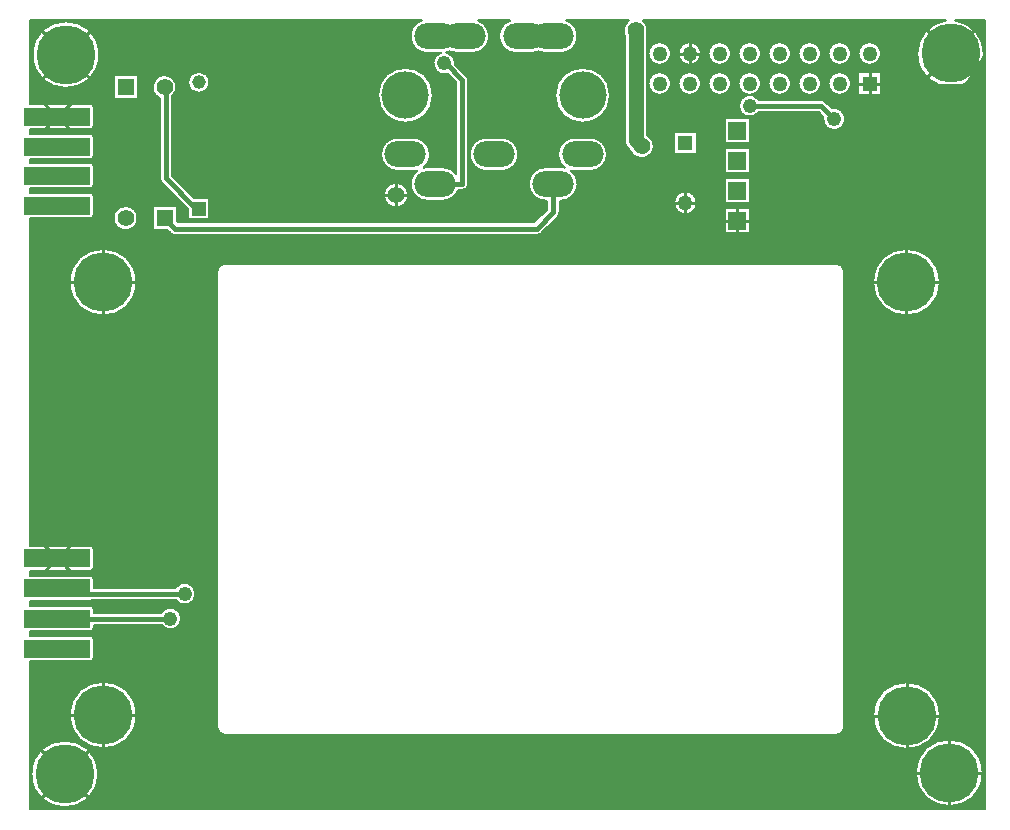
<source format=gbr>
G04 EasyPC Gerber Version 21.0.3 Build 4286 *
G04 #@! TF.Part,Single*
G04 #@! TF.FileFunction,Copper,L1,Top *
G04 #@! TF.FilePolarity,Positive *
%FSLAX35Y35*%
%MOIN*%
G04 #@! TA.AperFunction,ComponentPad*
%ADD16R,0.04528X0.04528*%
%ADD23R,0.05000X0.05000*%
%ADD11R,0.05020X0.05020*%
%ADD21R,0.05500X0.05500*%
%ADD20R,0.06000X0.06000*%
G04 #@! TD.AperFunction*
%ADD29C,0.00500*%
%ADD75C,0.01000*%
%ADD28C,0.01500*%
G04 #@! TA.AperFunction,ComponentPad*
%ADD17C,0.04528*%
G04 #@! TA.AperFunction,ViaPad*
%ADD27C,0.04800*%
G04 #@! TA.AperFunction,ComponentPad*
%ADD24C,0.05000*%
%ADD12C,0.05020*%
%ADD22C,0.05500*%
G04 #@! TA.AperFunction,ViaPad*
%ADD25C,0.05600*%
G04 #@! TA.AperFunction,ComponentPad*
%AMT108*0 Rounded Rectangle Pad at angle 90*4,1,32,0.11000,-0.02500,0.11000,0.02500,0.10987,0.02611,0.10950,0.02717,0.10891,0.02812,0.10812,0.02891,0.10717,0.02950,0.10611,0.02987,0.10500,0.03000,-0.10500,0.03000,-0.10611,0.02987,-0.10717,0.02950,-0.10812,0.02891,-0.10891,0.02812,-0.10950,0.02717,-0.10987,0.02611,-0.11000,0.02500,-0.11000,-0.02500,-0.10987,-0.02611,-0.10950,-0.02717,-0.10891,-0.02812,-0.10812,-0.02891,-0.10717,-0.02950,-0.10611,-0.02987,-0.10500,-0.03000,0.10500,-0.03000,0.10611,-0.02987,0.10717,-0.02950,0.10812,-0.02891,0.10891,-0.02812,0.10950,-0.02717,0.10987,-0.02611,0.11000,-0.02500,0*%
%ADD108T108*%
%ADD104O,0.13780X0.08661*%
%ADD105C,0.15748*%
G04 #@! TA.AperFunction,WasherPad*
%ADD103C,0.19685*%
X0Y0D02*
D02*
D11*
X312329Y288045D03*
D02*
D12*
X242329D03*
Y298045D03*
X252329Y288045D03*
Y298045D03*
X262329Y288045D03*
Y298045D03*
X272329Y288045D03*
Y298045D03*
X282329Y288045D03*
Y298045D03*
X292329Y288045D03*
Y298045D03*
X302329Y288045D03*
Y298045D03*
X312329D03*
D02*
D16*
X88707Y246313D03*
D02*
D17*
Y288439D03*
D02*
D20*
X268234Y242376D03*
Y252376D03*
Y262376D03*
Y272376D03*
D02*
D21*
X64297Y286873D03*
X77289Y243154D03*
D02*
D22*
X64297Y243163D03*
X77289Y286864D03*
D02*
D23*
X250911Y268281D03*
D02*
D24*
X234376Y305762D02*
Y269148D01*
X236344Y267179*
X250911Y248281D03*
D02*
D25*
X154455Y250841D03*
X234376Y305762D03*
X236344Y267179D03*
D02*
D27*
X79258Y109699D03*
X83982Y117967D03*
X170596Y294738D03*
X272329Y280565D03*
X300518Y276234D03*
D02*
D28*
X77289Y243154D02*
X77298D01*
X80833Y239620*
X201305*
X206817Y245132*
Y254581*
X77289Y286864D02*
X77683D01*
Y256549*
X87919Y246313*
X88313*
X88707Y245919*
Y246313*
X79258Y109699D02*
X41463D01*
X83982Y117967D02*
X43274D01*
X41463Y119778*
X167447Y254581D02*
X176502D01*
Y289226*
X170990Y294738*
X170596*
X272329Y280565D02*
X296187D01*
X300518Y276234*
D02*
D29*
X211213Y309064D02*
G75*
G02X209376Y298213I-1837J-5270D01*
G01*
X204257*
G75*
G02X201895Y298738I0J5581*
G01*
G75*
G02X199533Y298213I-2362J5056*
G01*
X194415*
G75*
G02X192578Y309064J5581*
G01*
X181685*
G75*
G02X179848Y298213I-1837J-5270*
G01*
X174730*
G75*
G02X172368Y298738I0J5581*
G01*
G75*
G02X171187Y298340I-2361J5057*
G01*
G75*
G02X174246Y294738I-591J-3602*
G01*
G75*
G02X174224Y294332I-3652J2*
G01*
X177916Y290641*
G75*
G02X178502Y289226I-1414J-1414*
G01*
Y254580*
G75*
G02X176502Y252580I-2000*
G01*
X175215*
G75*
G02X170006Y249001I-5209J2002*
G01*
X164887*
G75*
G02X161480Y259001J5581*
G01*
G75*
G02X160163Y258843I-1317J5424*
G01*
X155045*
G75*
G02X149464Y264424J5581*
G01*
G75*
G02X155045Y270005I5581*
G01*
X160163*
G75*
G02X163571Y260005J-5581*
G01*
G75*
G02X164887Y260162I1317J-5424*
G01*
X170006*
G75*
G02X174502Y257887J-5581*
G01*
Y288398*
X171654Y291245*
G75*
G02X169480Y298213I-1058J3493*
G01*
X164887*
G75*
G02X163050Y309064J5581*
G01*
X32545*
Y281272*
X52480*
G75*
G02X53713Y280039J-1233*
G01*
Y274005*
G75*
G02X52480Y272772I-1233*
G01*
X32545*
Y271272*
X52480*
G75*
G02X53713Y270039J-1233*
G01*
Y264005*
G75*
G02X52480Y262772I-1233*
G01*
X32545*
Y261587*
X52480*
G75*
G02X53713Y260354J-1233*
G01*
Y254320*
G75*
G02X52480Y253087I-1233*
G01*
X32545*
Y251587*
X52480*
G75*
G02X53713Y250354J-1233*
G01*
Y244320*
G75*
G02X52480Y243087I-1233*
G01*
X32545*
Y134028*
X52480*
G75*
G02X53713Y132794J-1233*
G01*
Y126761*
G75*
G02X52480Y125528I-1233*
G01*
X32545*
Y124028*
X52480*
G75*
G02X53713Y122794J-1233*
G01*
Y119967*
X80929*
G75*
G02X87632Y117967I3053J-2000*
G01*
G75*
G02X80929Y115967I-3650*
G01*
X53423*
G75*
G02X52480Y115528I-943J794*
G01*
X32545*
Y113949*
X52480*
G75*
G02X53713Y112716J-1233*
G01*
Y111699*
X76205*
G75*
G02X82908Y109699I3053J-2000*
G01*
G75*
G02X76205Y107699I-3650*
G01*
X53713*
Y106682*
G75*
G02X52480Y105449I-1233*
G01*
X32545*
Y103949*
X52480*
G75*
G02X53713Y102716J-1233*
G01*
Y96682*
G75*
G02X52480Y95449I-1233*
G01*
X32545*
Y46056*
X350773*
Y309064*
X340697*
G75*
G02X350388Y298060I-1402J-11004*
G01*
G75*
G02X328203I-11093*
G01*
G75*
G02X337893Y309064I11093*
G01*
X236721*
G75*
G02X238126Y304232I-2345J-3302*
G01*
Y270819*
G75*
G02X240396Y267179I-1781J-3639*
G01*
G75*
G02X232607Y265613I-4052*
G01*
X231726Y266494*
G75*
G02X230626Y269148I2650J2654*
G01*
Y304232*
G75*
G02X232031Y309064I3750J1530*
G01*
X211213*
X242329Y291805D02*
G75*
G02X246089Y288045J-3760D01*
G01*
G75*
G02X242329Y284285I-3760*
G01*
G75*
G02X238569Y288045J3760*
G01*
G75*
G02X242329Y291805I3760*
G01*
Y301805D02*
G75*
G02X246089Y298045J-3760D01*
G01*
G75*
G02X242329Y294285I-3760*
G01*
G75*
G02X238569Y298045J3760*
G01*
G75*
G02X242329Y301805I3760*
G01*
X247161Y248281D02*
G75*
G02X254661I3750D01*
G01*
G75*
G02X247161I-3750*
G01*
X247163Y272032D02*
X254663D01*
Y264532*
X247163*
Y272032*
X252329Y291805D02*
G75*
G02X256089Y288045J-3760D01*
G01*
G75*
G02X252329Y284285I-3760*
G01*
G75*
G02X248569Y288045J3760*
G01*
G75*
G02X252329Y291805I3760*
G01*
Y301805D02*
G75*
G02X256089Y298045J-3760D01*
G01*
G75*
G02X252329Y294285I-3760*
G01*
G75*
G02X248569Y298045J3760*
G01*
G75*
G02X252329Y301805I3760*
G01*
X262329Y291805D02*
G75*
G02X266089Y288045J-3760D01*
G01*
G75*
G02X262329Y284285I-3760*
G01*
G75*
G02X258569Y288045J3760*
G01*
G75*
G02X262329Y291805I3760*
G01*
X263986Y246627D02*
X272486D01*
Y238127*
X263986*
Y246627*
Y256627D02*
X272486D01*
Y248127*
X263986*
Y256627*
Y266627D02*
X272486D01*
Y258127*
X263986*
Y266627*
Y276627D02*
X272486D01*
Y268127*
X263986*
Y276627*
X262329Y301805D02*
G75*
G02X266089Y298045J-3760D01*
G01*
G75*
G02X262329Y294285I-3760*
G01*
G75*
G02X258569Y298045J3760*
G01*
G75*
G02X262329Y301805I3760*
G01*
X272329Y291805D02*
G75*
G02X276089Y288045J-3760D01*
G01*
G75*
G02X272329Y284285I-3760*
G01*
G75*
G02X268569Y288045J3760*
G01*
G75*
G02X272329Y291805I3760*
G01*
X299773Y279807D02*
G75*
G02X304168Y276234I745J-3573D01*
G01*
G75*
G02X296868I-3650*
G01*
G75*
G02X296944Y276979I3651*
G01*
X295359Y278565*
X275382*
G75*
G02X268679Y280565I-3053J2000*
G01*
G75*
G02X275382Y282565I3650*
G01*
X296187*
G75*
G02X297603Y281978J-2000*
G01*
X299773Y279807*
X272329Y301805D02*
G75*
G02X276089Y298045J-3760D01*
G01*
G75*
G02X272329Y294285I-3760*
G01*
G75*
G02X268569Y298045J3760*
G01*
G75*
G02X272329Y301805I3760*
G01*
X282329Y291805D02*
G75*
G02X286089Y288045J-3760D01*
G01*
G75*
G02X282329Y284285I-3760*
G01*
G75*
G02X278569Y288045J3760*
G01*
G75*
G02X282329Y291805I3760*
G01*
Y301805D02*
G75*
G02X286089Y298045J-3760D01*
G01*
G75*
G02X282329Y294285I-3760*
G01*
G75*
G02X278569Y298045J3760*
G01*
G75*
G02X282329Y301805I3760*
G01*
X292329Y291805D02*
G75*
G02X296089Y288045J-3760D01*
G01*
G75*
G02X292329Y284285I-3760*
G01*
G75*
G02X288569Y288045J3760*
G01*
G75*
G02X292329Y291805I3760*
G01*
Y301805D02*
G75*
G02X296089Y298045J-3760D01*
G01*
G75*
G02X292329Y294285I-3760*
G01*
G75*
G02X288569Y298045J3760*
G01*
G75*
G02X292329Y301805I3760*
G01*
X302329Y291805D02*
G75*
G02X306089Y288045J-3760D01*
G01*
G75*
G02X302329Y284285I-3760*
G01*
G75*
G02X298569Y288045J3760*
G01*
G75*
G02X302329Y291805I3760*
G01*
Y301805D02*
G75*
G02X306089Y298045J-3760D01*
G01*
G75*
G02X302329Y294285I-3760*
G01*
G75*
G02X298569Y298045J3760*
G01*
G75*
G02X302329Y301805I3760*
G01*
X308569Y291804D02*
X316088D01*
Y284284*
X308569*
Y291804*
X313520Y221849D02*
G75*
G02X335706I11093D01*
G01*
G75*
G02X313520I-11093*
G01*
X313528Y77356D02*
G75*
G02X335713I11093D01*
G01*
G75*
G02X313528I-11093*
G01*
X327809Y58296D02*
G75*
G02X349994I11093D01*
G01*
G75*
G02X327809I-11093*
G01*
X312329Y301805D02*
G75*
G02X316089Y298045J-3760D01*
G01*
G75*
G02X312329Y294285I-3760*
G01*
G75*
G02X308569Y298045J3760*
G01*
G75*
G02X312329Y301805I3760*
G01*
X207535Y284108D02*
G75*
G02X225783I9124D01*
G01*
G75*
G02X207535I-9124*
G01*
X219218Y270005D02*
G75*
G02X224799Y264424J-5581D01*
G01*
G75*
G02X219218Y258843I-5581*
G01*
X214100*
G75*
G02X212783Y259001J5581*
G01*
G75*
G02X209376Y249001I-3408J-4419*
G01*
X208974*
Y245132*
G75*
G02X208342Y243606I-2157*
G01*
X202831Y238094*
G75*
G02X201305Y237461I-1526J1525*
G01*
X80833*
G75*
G02X79307Y238093J2157*
G01*
X78244Y239154*
X73289*
Y247154*
X81289*
Y242211*
X81725Y241776*
X200411*
X204659Y246025*
Y249001*
X204257*
G75*
G02X198677Y254581J5581*
G01*
G75*
G02X204257Y260162I5581*
G01*
X209376*
G75*
G02X210692Y260005J-5581*
G01*
G75*
G02X214100Y270005I3408J4419*
G01*
X219218*
X301305Y227946D02*
G75*
G02X303805Y225446J-2500D01*
G01*
Y73477*
G75*
G02X301305Y70977I-2500*
G01*
X97368*
G75*
G02X94868Y73477J2500*
G01*
Y225446*
G75*
G02X97368Y227946I2500*
G01*
X301305*
X189691Y270005D02*
G75*
G02X195271Y264424J-5581D01*
G01*
G75*
G02X189691Y258843I-5581*
G01*
X184572*
G75*
G02X178992Y264424J5581*
G01*
G75*
G02X184572Y270005I5581*
G01*
X189691*
X150405Y250841D02*
G75*
G02X158505I4050D01*
G01*
G75*
G02X150405I-4050*
G01*
X33321Y297667D02*
G75*
G02X55506I11093D01*
G01*
G75*
G02X33321I-11093*
G01*
X60297Y290875D02*
X68297D01*
Y282875*
X60297*
Y290875*
X60297Y243163D02*
G75*
G02X68297I4000D01*
G01*
G75*
G02X60297I-4000*
G01*
X87233Y249828D02*
X92222D01*
Y242800*
X85194*
Y246209*
X76270Y255133*
G75*
G02X75683Y256549I1413J1416*
G01*
Y283201*
G75*
G02X77289Y290864I1606J3663*
G01*
G75*
G02X79683Y283659J-4000*
G01*
Y257378*
X87233Y249828*
X85193Y288439D02*
G75*
G02X92220I3514D01*
G01*
G75*
G02X85193I-3514*
G01*
X148480Y284108D02*
G75*
G02X166728I9124D01*
G01*
G75*
G02X148480I-9124*
G01*
X45698Y221823D02*
G75*
G02X67883I11093D01*
G01*
G75*
G02X45698I-11093*
G01*
X32927Y57903D02*
G75*
G02X55112I11093D01*
G01*
G75*
G02X32927I-11093*
G01*
X45758Y77556D02*
G75*
G02X67943I11093D01*
G01*
G75*
G02X45758I-11093*
G01*
X32795Y58296D02*
G36*
Y46306D01*
X350523*
Y58296*
X349994*
G75*
G02X327809I-11093*
G01*
X55105*
G75*
G02X55112Y57903I-11091J-396*
G01*
G75*
G02X32927I-11093*
G01*
G75*
G02X32934Y58296I11098J-3*
G01*
X32795*
G37*
X303805Y77356D02*
G36*
Y73477D01*
G75*
G02X301305Y70977I-2500*
G01*
X97368*
G75*
G02X94868Y73477J2500*
G01*
Y77356*
X67941*
G75*
G02X45760I-11091J200*
G01*
X32795*
Y58296*
X32934*
G75*
G02X55105I11085J-394*
G01*
X327809*
G75*
G02X349994I11093*
G01*
X350523*
Y77356*
X335713*
G75*
G02X313528I-11093*
G01*
X303805*
G37*
X94868Y221849D02*
G36*
X67883D01*
G75*
G02Y221823I-11110J-13*
G01*
G75*
G02X45698I-11093*
G01*
G75*
G02Y221849I11110J13*
G01*
X32795*
Y134028*
X52480*
G75*
G02X53713Y132795J-1233*
G01*
Y132794*
Y126761*
Y126760*
G75*
G02X52480Y125528I-1233*
G01*
X32795*
Y124028*
X52480*
G75*
G02X53713Y122795J-1233*
G01*
Y122794*
Y119967*
X80929*
G75*
G02X87632Y117967I3053J-2000*
G01*
G75*
G02X80929Y115967I-3650*
G01*
X53423*
G75*
G02X52480Y115528I-943J793*
G01*
X32795*
Y113949*
X52480*
G75*
G02X53713Y112716J-1233*
G01*
Y112716*
Y111699*
X76205*
G75*
G02X82908Y109699I3053J-2000*
G01*
G75*
G02X76205Y107699I-3650*
G01*
X53713*
Y106682*
Y106681*
G75*
G02X52480Y105449I-1233*
G01*
X32795*
Y103949*
X52480*
G75*
G02X53713Y102716J-1233*
G01*
Y102716*
Y96682*
Y96681*
G75*
G02X52480Y95449I-1233*
G01*
X32795*
Y77356*
X45760*
G75*
G02X45758Y77556I11092J209*
G01*
G75*
G02X67943I11093*
G01*
G75*
G02X67941Y77356I-11094J9*
G01*
X94868*
Y221849*
G37*
X303805D02*
G36*
Y77356D01*
X313528*
G75*
G02X335713I11093*
G01*
X350523*
Y221849*
X335706*
G75*
G02X313520I-11093*
G01*
X303805*
G37*
X272486Y242377D02*
G36*
Y238127D01*
X263986*
Y242377*
X207113*
X202831Y238094*
G75*
G02X201305Y237461I-1526J1525*
G01*
X80833*
G75*
G02X79307Y238093J2157*
G01*
X78244Y239154*
X73289*
Y242377*
X68219*
G75*
G02X60375I-3922J787*
G01*
X32795*
Y221849*
X45698*
G75*
G02X67883I11093J-26*
G01*
X94868*
Y225446*
G75*
G02X97368Y227946I2500*
G01*
X301305*
G75*
G02X303805Y225446J-2500*
G01*
Y221849*
X313520*
G75*
G02X335706I11093*
G01*
X350523*
Y242377*
X272486*
G37*
X201012D02*
G36*
X81289D01*
Y242211*
X81725Y241776*
X200411*
X201012Y242377*
G37*
X204659Y248281D02*
G36*
X157594D01*
G75*
G02X151316I-3139J2559*
G01*
X92222*
Y242800*
X85194*
Y246209*
X83122Y248281*
X53713*
Y244320*
Y244319*
G75*
G02X52480Y243087I-1233*
G01*
X32795*
Y242377*
X60375*
G75*
G02X60297Y243163I3922J786*
G01*
G75*
G02X68297I4000*
G01*
G75*
G02X68219Y242377I-4000J-1*
G01*
X73289*
Y247154*
X81289*
Y242377*
X201012*
X204659Y246025*
Y248281*
G37*
X272486D02*
G36*
Y248127D01*
X263986*
Y248281*
X254661*
G75*
G02X247161I-3750*
G01*
X208974*
Y245132*
G75*
G02X208342Y243606I-2157*
G01*
X207113Y242377*
X263986*
Y246627*
X272486*
Y242377*
X350523*
Y248281*
X272486*
G37*
X83122D02*
G36*
X79027Y252377D01*
X32795*
Y251587*
X52480*
G75*
G02X53713Y250354J-1233*
G01*
Y250354*
Y248281*
X83122*
G37*
X150707Y252377D02*
G36*
X84684D01*
X87233Y249828*
X92222*
Y248281*
X151316*
G75*
G02X150405Y250841I3139J2559*
G01*
G75*
G02X150707Y252377I4050J0*
G01*
G37*
X199131D02*
G36*
X175132D01*
G75*
G02X170006Y249001I-5126J2204*
G01*
X164887*
G75*
G02X159761Y252377J5581*
G01*
X158202*
G75*
G02X158505Y250841I-3747J-1537*
G01*
G75*
G02X157594Y248281I-4050*
G01*
X204659*
Y249001*
X204257*
G75*
G02X199131Y252377I0J5581*
G01*
G37*
X263986D02*
G36*
X214502D01*
G75*
G02X209376Y249001I-5127J2205*
G01*
X208974*
Y248281*
X247161*
G75*
G02X254661I3750*
G01*
X263986*
Y252377*
G37*
X272486D02*
G36*
Y248281D01*
X350523*
Y252377*
X272486*
G37*
X79027D02*
G36*
X76270Y255133D01*
G75*
G02X75683Y256549I1413J1416*
G01*
Y262377*
X32795*
Y261587*
X52480*
G75*
G02X53713Y260354J-1233*
G01*
Y260354*
Y254320*
Y254319*
G75*
G02X52480Y253087I-1233*
G01*
X32795*
Y252377*
X79027*
G37*
X159761D02*
G36*
G75*
G02X159307Y254581I5127J2205D01*
G01*
G75*
G02X161480Y259001I5581*
G01*
G75*
G02X160163Y258843I-1314J5405*
G01*
X155045*
G75*
G02X149854Y262377I0J5581*
G01*
X79683*
Y257378*
X84684Y252377*
X150707*
G75*
G02X158202I3747J-1536*
G01*
X159761*
G37*
X208909Y262377D02*
G36*
X194882D01*
G75*
G02X189691Y258843I-5192J2048*
G01*
X184572*
G75*
G02X179381Y262377I0J5581*
G01*
X178502*
Y254580*
G75*
G02X176502Y252580I-2000*
G01*
X175215*
G75*
G02X175132Y252377I-5211J2007*
G01*
X199131*
G75*
G02X198677Y254581I5127J2205*
G01*
G75*
G02X204257Y260162I5581*
G01*
X209376*
G75*
G02X210692Y260005I2J-5562*
G01*
G75*
G02X208909Y262377I3408J4419*
G01*
G37*
X174502D02*
G36*
X165354D01*
G75*
G02X163571Y260005I-5192J2047*
G01*
G75*
G02X164887Y260162I1314J-5405*
G01*
X170006*
G75*
G02X174502Y257887I-1J-5582*
G01*
Y262377*
G37*
X272486D02*
G36*
Y258127D01*
X263986*
Y262377*
X224409*
G75*
G02X219218Y258843I-5192J2048*
G01*
X214100*
G75*
G02X212783Y259001I-2J5562*
G01*
G75*
G02X214956Y254581I-3408J-4419*
G01*
G75*
G02X214502Y252377I-5581J1*
G01*
X263986*
Y256627*
X272486*
Y252377*
X350523*
Y262377*
X272486*
G37*
X75683Y268282D02*
G36*
X53713D01*
Y264005*
Y264004*
G75*
G02X52480Y262772I-1233*
G01*
X32795*
Y262377*
X75683*
Y268282*
G37*
X149854Y262377D02*
G36*
G75*
G02X149464Y264424I5192J2048D01*
G01*
G75*
G02X151013Y268282I5581J0*
G01*
X79683*
Y262377*
X149854*
G37*
X174502Y268282D02*
G36*
X164195D01*
G75*
G02X165744Y264424I-4032J-3859*
G01*
G75*
G02X165354Y262377I-5581J1*
G01*
X174502*
Y268282*
G37*
X179381Y262377D02*
G36*
G75*
G02X178992Y264424I5192J2048D01*
G01*
G75*
G02X180541Y268282I5581J0*
G01*
X178502*
Y262377*
X179381*
G37*
X208909D02*
G36*
G75*
G02X208519Y264424I5192J2048D01*
G01*
G75*
G02X210068Y268282I5581J0*
G01*
X193722*
G75*
G02X195271Y264424I-4032J-3859*
G01*
G75*
G02X194882Y262377I-5581J1*
G01*
X208909*
G37*
X272486Y268282D02*
G36*
Y268127D01*
X263986*
Y268282*
X254663*
Y264532*
X247163*
Y268282*
X240243*
G75*
G02X240396Y267179I-3900J-1104*
G01*
G75*
G02X232607Y265613I-4052*
G01*
X231726Y266494*
G75*
G02X230727Y268282I2648J2653*
G01*
X223250*
G75*
G02X224799Y264424I-4032J-3859*
G01*
G75*
G02X224409Y262377I-5581J1*
G01*
X263986*
Y266627*
X272486*
Y262377*
X350523*
Y268282*
X272486*
G37*
X75683Y272377D02*
G36*
X32795D01*
Y271272*
X52480*
G75*
G02X53713Y270039J-1233*
G01*
Y270039*
Y268282*
X75683*
Y272377*
G37*
X174502D02*
G36*
X79683D01*
Y268282*
X151013*
G75*
G02X155045Y270005I4032J-3859*
G01*
X160163*
G75*
G02X164195Y268282I0J-5581*
G01*
X174502*
Y272377*
G37*
X230727Y268282D02*
G36*
G75*
G02X230626Y269147I3646J865D01*
G01*
G75*
G02Y269148I5013J0*
G01*
Y272377*
X178502*
Y268282*
X180541*
G75*
G02X184572Y270005I4032J-3859*
G01*
X189691*
G75*
G02X193722Y268282I0J-5581*
G01*
X210068*
G75*
G02X214100Y270005I4032J-3858*
G01*
X219218*
G75*
G02X223250Y268282I0J-5581*
G01*
X230727*
G37*
X263986Y272377D02*
G36*
X238126D01*
Y270819*
G75*
G02X240243Y268282I-1781J-3639*
G01*
X247163*
Y272032*
X254663*
Y268282*
X263986*
Y272377*
G37*
X272486D02*
G36*
Y268282D01*
X350523*
Y272377*
X272486*
G37*
X75683Y278400D02*
G36*
X53713D01*
Y274005*
Y274004*
G75*
G02X52480Y272772I-1233*
G01*
X32795*
Y272377*
X75683*
Y278400*
G37*
X174502D02*
G36*
X164722D01*
G75*
G02X150487I-7117J5709*
G01*
X79683*
Y272377*
X174502*
Y278400*
G37*
X230626D02*
G36*
X223777D01*
G75*
G02X209542I-7117J5709*
G01*
X178502*
Y272377*
X230626*
Y278400*
G37*
X238126D02*
G36*
Y272377D01*
X263986*
Y276627*
X272486*
Y272377*
X350523*
Y278400*
X303456*
G75*
G02X304168Y276234I-2938J-2166*
G01*
G75*
G02X296868I-3650*
G01*
G75*
G02X296944Y276979I3661J-1*
G01*
X295524Y278400*
X275267*
G75*
G02X269391I-2938J2165*
G01*
X238126*
G37*
X73468Y288045D02*
G36*
X68297D01*
Y282875*
X60297*
Y288045*
X49934*
G75*
G02X38893I-5520J9621*
G01*
X32795*
Y281272*
X52480*
G75*
G02X53713Y280039J-1233*
G01*
Y280039*
Y278400*
X75683*
Y283201*
G75*
G02X73289Y286864I1606J3663*
G01*
G75*
G02X73468Y288045I4000*
G01*
G37*
X149374D02*
G36*
X92198D01*
G75*
G02X85215I-3492J394*
G01*
X81111*
G75*
G02X81289Y286864I-3822J-1181*
G01*
G75*
G02X79683Y283659I-4000*
G01*
Y278400*
X150487*
G75*
G02X148480Y284108I7118J5709*
G01*
G75*
G02X149374Y288045I9124J0*
G01*
G37*
X174502D02*
G36*
X165835D01*
G75*
G02X166728Y284108I-8231J-3937*
G01*
G75*
G02X164722Y278400I-9124J0*
G01*
X174502*
Y288045*
G37*
X208429D02*
G36*
X178502D01*
Y278400*
X209542*
G75*
G02X207535Y284108I7118J5709*
G01*
G75*
G02X208429Y288045I9124J0*
G01*
G37*
X230626D02*
G36*
X224890D01*
G75*
G02X225783Y284108I-8231J-3937*
G01*
G75*
G02X223777Y278400I-9124J0*
G01*
X230626*
Y288045*
G37*
X295524Y278400D02*
G36*
X295359Y278565D01*
X275382*
G75*
G02X275267Y278400I-3054J2000*
G01*
X295524*
G37*
X344065Y288045D02*
G36*
G75*
G02X334526I-4769J10015D01*
G01*
X316088*
Y284284*
X308569*
Y288045*
X306089*
G75*
G02X302329Y284285I-3760*
G01*
G75*
G02X298569Y288045J3760*
G01*
X296089*
G75*
G02X292329Y284285I-3760*
G01*
G75*
G02X288569Y288045J3760*
G01*
X286089*
G75*
G02X282329Y284285I-3760*
G01*
G75*
G02X278569Y288045J3760*
G01*
X276089*
G75*
G02X272329Y284285I-3760*
G01*
G75*
G02X268569Y288045J3760*
G01*
X266089*
G75*
G02X262329Y284285I-3760*
G01*
G75*
G02X258569Y288045J3760*
G01*
X256089*
G75*
G02X252329Y284285I-3760*
G01*
G75*
G02X248569Y288045J3760*
G01*
X246089*
G75*
G02X242329Y284285I-3760*
G01*
G75*
G02X238569Y288045J3760*
G01*
X238126*
Y278400*
X269391*
G75*
G02X268679Y280565I2939J2166*
G01*
G75*
G02X275382Y282565I3650*
G01*
X296187*
G75*
G02X297603Y281978J-2000*
G01*
X299773Y279807*
G75*
G02X303456Y278400I745J-3573*
G01*
X350523*
Y288045*
X344065*
G37*
X33327Y298045D02*
G36*
X32795D01*
Y288045*
X38893*
G75*
G02X33321Y297667I5520J9621*
G01*
G75*
G02X33327Y298045I11096J5*
G01*
G37*
X174502Y288045D02*
G36*
Y288398D01*
X171654Y291245*
G75*
G02X166946Y294738I-1058J3493*
G01*
G75*
G02X169052Y298045I3650*
G01*
X55500*
G75*
G02X55506Y297667I-11090J-374*
G01*
G75*
G02X49934Y288045I-11093*
G01*
X60297*
Y290875*
X68297*
Y288045*
X73468*
G75*
G02X77289Y290864I3822J-1181*
G01*
G75*
G02X81111Y288045J-4000*
G01*
X85215*
G75*
G02X85193Y288439I3492J393*
G01*
G75*
G02X92220I3514*
G01*
G75*
G02X92198Y288045I-3514J-1*
G01*
X149374*
G75*
G02X165835I8231J-3937*
G01*
X174502*
G37*
X230626Y298045D02*
G36*
X172141D01*
G75*
G02X174246Y294738I-1545J-3307*
G01*
G75*
G02X174224Y294332I-3750J7*
G01*
X177916Y290641*
G75*
G02X178502Y289226I-1415J-1415*
G01*
Y288045*
X208429*
G75*
G02X224890I8231J-3937*
G01*
X230626*
Y298045*
G37*
X328203D02*
G36*
X316089D01*
G75*
G02X312329Y294285I-3760*
G01*
G75*
G02X308569Y298045J3760*
G01*
X306089*
G75*
G02X302329Y294285I-3760*
G01*
G75*
G02X298569Y298045J3760*
G01*
X296089*
G75*
G02X292329Y294285I-3760*
G01*
G75*
G02X288569Y298045J3760*
G01*
X286089*
G75*
G02X282329Y294285I-3760*
G01*
G75*
G02X278569Y298045J3760*
G01*
X276089*
G75*
G02X272329Y294285I-3760*
G01*
G75*
G02X268569Y298045J3760*
G01*
X266089*
G75*
G02X262329Y294285I-3760*
G01*
G75*
G02X258569Y298045J3760*
G01*
X256089*
G75*
G02X252329Y294285I-3760*
G01*
G75*
G02X248569Y298045J3760*
G01*
X246089*
G75*
G02X242329Y294285I-3760*
G01*
G75*
G02X238569Y298045J3760*
G01*
X238126*
Y288045*
X238569*
G75*
G02X242329Y291805I3760*
G01*
G75*
G02X246089Y288045J-3760*
G01*
X248569*
G75*
G02X252329Y291805I3760*
G01*
G75*
G02X256089Y288045J-3760*
G01*
X258569*
G75*
G02X262329Y291805I3760*
G01*
G75*
G02X266089Y288045J-3760*
G01*
X268569*
G75*
G02X272329Y291805I3760*
G01*
G75*
G02X276089Y288045J-3760*
G01*
X278569*
G75*
G02X282329Y291805I3760*
G01*
G75*
G02X286089Y288045J-3760*
G01*
X288569*
G75*
G02X292329Y291805I3760*
G01*
G75*
G02X296089Y288045J-3760*
G01*
X298569*
G75*
G02X302329Y291805I3760*
G01*
G75*
G02X306089Y288045J-3760*
G01*
X308569*
Y291804*
X316088*
Y288045*
X334526*
G75*
G02X328203Y298045I4769J10015*
G01*
G37*
X350388D02*
G36*
G75*
G02X344065Y288045I-11093J15D01*
G01*
X350523*
Y298045*
X350388*
G37*
X162449Y308814D02*
G36*
X32795D01*
Y298045*
X33327*
G75*
G02X55500I11086J-379*
G01*
X169052*
G75*
G02X169480Y298213I1545J-3306*
G01*
X164887*
G75*
G02X159307Y303794J5581*
G01*
G75*
G02X162449Y308814I5581*
G01*
G37*
X230626Y298045D02*
G36*
Y304232D01*
G75*
G02X230326Y305762I3750J1530*
G01*
G75*
G02X231713Y308814I4050*
G01*
X211814*
G75*
G02X214956Y303794I-2439J-5020*
G01*
G75*
G02X209376Y298213I-5581*
G01*
X204257*
G75*
G02X201895Y298738J5583*
G01*
G75*
G02X199533Y298213I-2362J5058*
G01*
X194415*
G75*
G02X188834Y303794J5581*
G01*
G75*
G02X191976Y308814I5581*
G01*
X182287*
G75*
G02X185429Y303794I-2439J-5020*
G01*
G75*
G02X179848Y298213I-5581*
G01*
X174730*
G75*
G02X172368Y298738J5583*
G01*
G75*
G02X171187Y298340I-2361J5056*
G01*
G75*
G02X172141Y298045I-591J-3603*
G01*
X230626*
G37*
X328203D02*
G36*
G75*
G02Y298060I11132J7D01*
G01*
G75*
G02X336574Y308814I11093J0*
G01*
X237039*
G75*
G02X238426Y305762I-2663J-3052*
G01*
G75*
G02X238126Y304232I-4050*
G01*
Y298045*
X238569*
G75*
G02X242329Y301805I3760*
G01*
G75*
G02X246089Y298045J-3760*
G01*
X248569*
G75*
G02X252329Y301805I3760*
G01*
G75*
G02X256089Y298045J-3760*
G01*
X258569*
G75*
G02X262329Y301805I3760*
G01*
G75*
G02X266089Y298045J-3760*
G01*
X268569*
G75*
G02X272329Y301805I3760*
G01*
G75*
G02X276089Y298045J-3760*
G01*
X278569*
G75*
G02X282329Y301805I3760*
G01*
G75*
G02X286089Y298045J-3760*
G01*
X288569*
G75*
G02X292329Y301805I3760*
G01*
G75*
G02X296089Y298045J-3760*
G01*
X298569*
G75*
G02X302329Y301805I3760*
G01*
G75*
G02X306089Y298045J-3760*
G01*
X308569*
G75*
G02X312329Y301805I3760*
G01*
G75*
G02X316089Y298045J-3760*
G01*
X328203*
G37*
X350388D02*
G36*
X350523D01*
Y308814*
X342016*
G75*
G02X350388Y298060I-2721J-10754*
G01*
G75*
G02Y298045I-11132J-7*
G01*
G37*
D02*
D75*
X37413Y51296D02*
X35999Y49882D01*
X37413Y64509D02*
X35999Y65923D01*
X37807Y291060D02*
X36393Y289646D01*
X37807Y304273D02*
X36393Y305687D01*
X38816Y127131D02*
X36963Y125278D01*
X38816Y132424D02*
X36963Y134278D01*
X38816Y274375D02*
X36963Y272522D01*
X38816Y279668D02*
X36963Y281522D01*
X44109Y127131D02*
X45963Y125278D01*
X44109Y132424D02*
X45963Y134278D01*
X44109Y274375D02*
X45963Y272522D01*
X44109Y279668D02*
X45963Y281522D01*
X47448Y221823D02*
X45448D01*
X47508Y77556D02*
X45508D01*
X50626Y51296D02*
X52040Y49882D01*
X50626Y64509D02*
X52040Y65923D01*
X51020Y291060D02*
X52434Y289646D01*
X51020Y304273D02*
X52434Y305687D01*
X56790Y212480D02*
Y210480D01*
Y231165D02*
Y233165D01*
X56850Y68214D02*
Y66214D01*
Y86899D02*
Y88899D01*
X66133Y221823D02*
X68133D01*
X66193Y77556D02*
X68193D01*
X152155Y250841D02*
X150155D01*
X154455Y248541D02*
Y246541D01*
Y253141D02*
Y255141D01*
X156755Y250841D02*
X158755D01*
X248911Y248281D02*
X246911D01*
X250319Y298045D02*
X248319D01*
X250911Y246281D02*
Y244281D01*
Y250281D02*
Y252281D01*
X252329Y296035D02*
Y294035D01*
Y300055D02*
Y302055D01*
X252911Y248281D02*
X254911D01*
X254339Y298045D02*
X256339D01*
X265734Y242376D02*
X263734D01*
X268234Y239876D02*
Y237875D01*
Y244876D02*
Y246875D01*
X270734Y242376D02*
X272734D01*
X310319Y288045D02*
X308320D01*
X312329Y286035D02*
Y284036D01*
Y290055D02*
Y292056D01*
X314339Y288045D02*
X316340D01*
X315270Y221849D02*
X313270D01*
X315278Y77356D02*
X313278D01*
X324613Y212506D02*
Y210506D01*
Y231191D02*
Y233191D01*
X324620Y68014D02*
Y66014D01*
Y86699D02*
Y88699D01*
X329559Y58296D02*
X327559D01*
X332689Y291454D02*
X331275Y290040D01*
X332689Y304667D02*
X331275Y306081D01*
X333956Y221849D02*
X335956D01*
X333963Y77356D02*
X335963D01*
X338902Y48954D02*
Y46954D01*
Y67639D02*
Y69639D01*
X345902Y291454D02*
X347316Y290040D01*
X345902Y304667D02*
X347316Y306081D01*
X348244Y58296D02*
X350244D01*
D02*
D103*
X44020Y57903D03*
X44413Y297667D03*
X56790Y221823D03*
X56850Y77556D03*
X324613Y221849D03*
X324620Y77356D03*
X338902Y58296D03*
X339295Y298060D03*
D02*
D104*
X157604Y264423D03*
X167447Y254581D03*
Y303793D03*
X177289D03*
X187132Y264423D03*
X196974Y303793D03*
X206817Y254581D03*
Y303793D03*
X216659Y264423D03*
D02*
D105*
X157604Y284108D03*
X216659D03*
D02*
D108*
X41463Y99699D03*
Y109699D03*
Y119778D03*
Y129778D03*
Y247337D03*
Y257337D03*
Y267022D03*
Y277022D03*
X0Y0D02*
M02*

</source>
